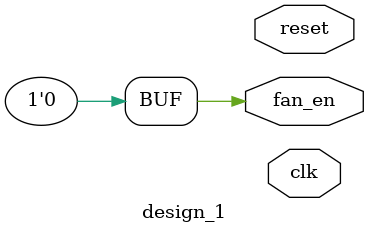
<source format=v>

`timescale 1 ns / 1 ps

module design_1
    (
        fan_en  ,
        reset   ,
        clk     
    );
  
  output fan_en ;
  output reset  ;
  output clk    ;

  wire fan_en ;
  wire reset_n;
  wire clk    ;

  assign fan_en  = 1'b0  ;

endmodule

</source>
